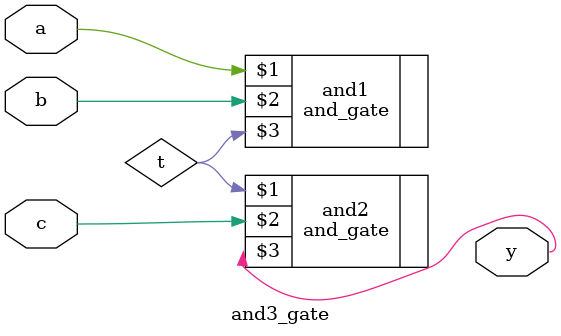
<source format=v>
`timescale 1ns / 1ps

module and3_gate (
  input wire a, // 入力A
  input wire b, // 入力B
  input wire c, // 入力C
  output wire y // 出力Y = A AND B AND C
);
wire t;

and_gate and1 (a, b, t);
and_gate and2 (t, c, y);
endmodule
</source>
